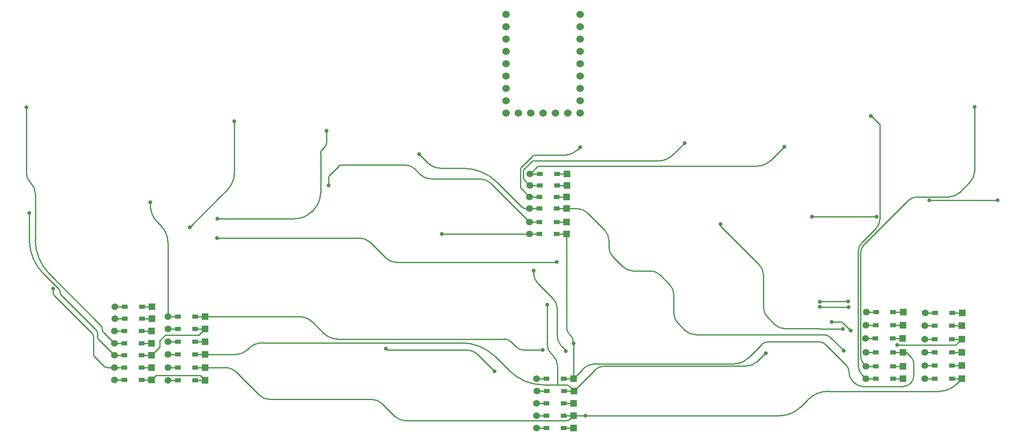
<source format=gbr>
G04 #@! TF.GenerationSoftware,KiCad,Pcbnew,7.0.1-0*
G04 #@! TF.CreationDate,2023-08-24T16:50:40+09:00*
G04 #@! TF.ProjectId,PCB_QAL,5043425f-5141-44c2-9e6b-696361645f70,rev?*
G04 #@! TF.SameCoordinates,Original*
G04 #@! TF.FileFunction,Copper,L1,Top*
G04 #@! TF.FilePolarity,Positive*
%FSLAX46Y46*%
G04 Gerber Fmt 4.6, Leading zero omitted, Abs format (unit mm)*
G04 Created by KiCad (PCBNEW 7.0.1-0) date 2023-08-24 16:50:40*
%MOMM*%
%LPD*%
G01*
G04 APERTURE LIST*
G04 #@! TA.AperFunction,ComponentPad*
%ADD10R,1.397000X1.397000*%
G04 #@! TD*
G04 #@! TA.AperFunction,SMDPad,CuDef*
%ADD11R,1.300000X0.950000*%
G04 #@! TD*
G04 #@! TA.AperFunction,ComponentPad*
%ADD12C,1.397000*%
G04 #@! TD*
G04 #@! TA.AperFunction,ComponentPad*
%ADD13C,1.524000*%
G04 #@! TD*
G04 #@! TA.AperFunction,ViaPad*
%ADD14C,0.800000*%
G04 #@! TD*
G04 #@! TA.AperFunction,Conductor*
%ADD15C,0.250000*%
G04 #@! TD*
G04 APERTURE END LIST*
D10*
X-73073475Y56576266D03*
D11*
X-75108475Y56576266D03*
X-78658475Y56576266D03*
D12*
X-80693475Y56576266D03*
D10*
X-140843475Y45626266D03*
D11*
X-142878475Y45626266D03*
X-146428475Y45626266D03*
D12*
X-148463475Y45626266D03*
D10*
X-140843475Y37968766D03*
D11*
X-142878475Y37968766D03*
X-146428475Y37968766D03*
D12*
X-148463475Y37968766D03*
D10*
X-142238475Y75400266D03*
D11*
X-144273475Y75400266D03*
X-147823475Y75400266D03*
D12*
X-149858475Y75400266D03*
D10*
X-227563475Y45366266D03*
D11*
X-229598475Y45366266D03*
X-233148475Y45366266D03*
D12*
X-235183475Y45366266D03*
D10*
X-227563475Y50374266D03*
D11*
X-229598475Y50374266D03*
X-233148475Y50374266D03*
D12*
X-235183475Y50374266D03*
D10*
X-140743475Y43086266D03*
D11*
X-142778475Y43086266D03*
X-146328475Y43086266D03*
D12*
X-148363475Y43086266D03*
D10*
X-60958475Y56506266D03*
D11*
X-62993475Y56506266D03*
X-66543475Y56506266D03*
D12*
X-68578475Y56506266D03*
D10*
X-60953475Y53756266D03*
D11*
X-62988475Y53756266D03*
X-66538475Y53756266D03*
D12*
X-68573475Y53756266D03*
D10*
X-216603475Y45266266D03*
D11*
X-218638475Y45266266D03*
X-222188475Y45266266D03*
D12*
X-224223475Y45266266D03*
D10*
X-142213475Y80616266D03*
D11*
X-144248475Y80616266D03*
X-147798475Y80616266D03*
D12*
X-149833475Y80616266D03*
D10*
X-73103475Y48146266D03*
D11*
X-75138475Y48146266D03*
X-78688475Y48146266D03*
D12*
X-80723475Y48146266D03*
D10*
X-216598475Y58346266D03*
D11*
X-218633475Y58346266D03*
X-222183475Y58346266D03*
D12*
X-224218475Y58346266D03*
D10*
X-60953475Y45566266D03*
D11*
X-62988475Y45566266D03*
X-66538475Y45566266D03*
D12*
X-68573475Y45566266D03*
D10*
X-73103475Y45566266D03*
D11*
X-75138475Y45566266D03*
X-78688475Y45566266D03*
D12*
X-80723475Y45566266D03*
D10*
X-227533475Y57916266D03*
D11*
X-229568475Y57916266D03*
X-233118475Y57916266D03*
D12*
X-235153475Y57916266D03*
D10*
X-140783475Y40476266D03*
D11*
X-142818475Y40476266D03*
X-146368475Y40476266D03*
D12*
X-148403475Y40476266D03*
D10*
X-216603475Y55842266D03*
D11*
X-218638475Y55842266D03*
X-222188475Y55842266D03*
D12*
X-224223475Y55842266D03*
D10*
X-216603475Y47910266D03*
D11*
X-218638475Y47910266D03*
X-222188475Y47910266D03*
D12*
X-224223475Y47910266D03*
D10*
X-142153475Y87730266D03*
D11*
X-144188475Y87730266D03*
X-147738475Y87730266D03*
D12*
X-149773475Y87730266D03*
D10*
X-73028475Y59276266D03*
D11*
X-75063475Y59276266D03*
X-78613475Y59276266D03*
D12*
X-80648475Y59276266D03*
D10*
X-227563475Y55382266D03*
D11*
X-229598475Y55382266D03*
X-233148475Y55382266D03*
D12*
X-235183475Y55382266D03*
D10*
X-60878475Y59166266D03*
D11*
X-62913475Y59166266D03*
X-66463475Y59166266D03*
D12*
X-68498475Y59166266D03*
D10*
X-227563475Y52878266D03*
D11*
X-229598475Y52878266D03*
X-233148475Y52878266D03*
D12*
X-235183475Y52878266D03*
D10*
X-60953475Y48296266D03*
D11*
X-62988475Y48296266D03*
X-66538475Y48296266D03*
D12*
X-68573475Y48296266D03*
D10*
X-142143475Y85358933D03*
D11*
X-144178475Y85358933D03*
X-147728475Y85358933D03*
D12*
X-149763475Y85358933D03*
D10*
X-142238475Y77866266D03*
D11*
X-144273475Y77866266D03*
X-147823475Y77866266D03*
D12*
X-149858475Y77866266D03*
D10*
X-140843475Y35416266D03*
D11*
X-142878475Y35416266D03*
X-146428475Y35416266D03*
D12*
X-148463475Y35416266D03*
D10*
X-227473475Y60396266D03*
D11*
X-229508475Y60396266D03*
X-233058475Y60396266D03*
D12*
X-235093475Y60396266D03*
D10*
X-227563475Y47870266D03*
D11*
X-229598475Y47870266D03*
X-233148475Y47870266D03*
D12*
X-235183475Y47870266D03*
D10*
X-73108475Y51016266D03*
D11*
X-75143475Y51016266D03*
X-78693475Y51016266D03*
D12*
X-80728475Y51016266D03*
D10*
X-60953475Y51026266D03*
D11*
X-62988475Y51026266D03*
X-66538475Y51026266D03*
D12*
X-68573475Y51026266D03*
D10*
X-216603475Y50554266D03*
D11*
X-218638475Y50554266D03*
X-222188475Y50554266D03*
D12*
X-224223475Y50554266D03*
D10*
X-73178475Y53906266D03*
D11*
X-75213475Y53906266D03*
X-78763475Y53906266D03*
D12*
X-80798475Y53906266D03*
D10*
X-142213475Y82987600D03*
D11*
X-144248475Y82987600D03*
X-147798475Y82987600D03*
D12*
X-149833475Y82987600D03*
D10*
X-216603475Y53198266D03*
D11*
X-218638475Y53198266D03*
X-222188475Y53198266D03*
D12*
X-224223475Y53198266D03*
D13*
X-154663475Y120626266D03*
X-154663475Y118086266D03*
X-154663475Y115546266D03*
X-154663475Y113006266D03*
X-154663475Y110466266D03*
X-154663475Y107926266D03*
X-154663475Y105386266D03*
X-154663475Y102846266D03*
X-154663475Y100306266D03*
X-152123475Y100306266D03*
X-149583475Y100306266D03*
X-147043475Y100306266D03*
X-144503475Y100306266D03*
X-141963475Y100306266D03*
X-139423475Y100306266D03*
X-139423475Y102846266D03*
X-139423475Y105386266D03*
X-139423475Y107926266D03*
X-139423475Y110466266D03*
X-139423475Y113006266D03*
X-139423475Y115546266D03*
X-139423475Y118086266D03*
X-139423475Y120626266D03*
D14*
X-85303475Y51326266D03*
X-214093475Y74556266D03*
X-144243475Y69666266D03*
X-140843475Y52856266D03*
X-147163475Y51496266D03*
X-101283475Y50836266D03*
X-74223475Y52496266D03*
X-146253475Y60836266D03*
X-83853475Y55486266D03*
X-87683475Y57296266D03*
X-142433475Y51296266D03*
X-138333475Y37968766D03*
X-149043475Y67856266D03*
X-253333475Y101486266D03*
X-210563475Y98576266D03*
X-219693475Y76776266D03*
X-214053475Y78516266D03*
X-191623475Y96606266D03*
X-172563475Y91806266D03*
X-139433475Y93286266D03*
X-117973475Y94096266D03*
X-97453475Y93356266D03*
X-79703475Y99726266D03*
X-191153475Y85406266D03*
X-167863475Y75426266D03*
X-85443475Y55796266D03*
X-110553475Y77386266D03*
X-91793475Y78926266D03*
X-78503475Y78966266D03*
X-67643475Y82296266D03*
X-53613475Y82366266D03*
X-157033475Y47096266D03*
X-179403475Y51746266D03*
X-84283475Y60316266D03*
X-90193475Y60376266D03*
X-84333475Y61486266D03*
X-90213475Y61456266D03*
X-227823475Y81906266D03*
X-58363475Y101546266D03*
X-252723475Y79736266D03*
X-247853475Y64106266D03*
D15*
X-137964795Y79737586D02*
X-134432154Y76204945D01*
X-133553475Y74083625D02*
X-133553475Y72758907D01*
X-122964795Y66907586D02*
X-121072154Y65014945D01*
X-132674795Y70637586D02*
X-130702154Y68664945D01*
X-182654795Y73677586D02*
X-179432154Y70454945D01*
X-227563475Y55382266D02*
X-229598475Y55382266D01*
X-186643475Y74556266D02*
X-184776116Y74556266D01*
X-142213475Y80616266D02*
X-140643475Y80616266D01*
X-120193475Y62893625D02*
X-120193475Y59108907D01*
X-142143475Y85358933D02*
X-144178475Y85358933D01*
X-214093475Y74556266D02*
X-186643475Y74556266D01*
X-227473475Y60396266D02*
X-229508475Y60396266D01*
X-227563475Y52878266D02*
X-229598475Y52878266D01*
X-87947688Y54060479D02*
X-85303475Y51416266D01*
X-177310834Y69576266D02*
X-144333475Y69576266D01*
X-115730834Y54646266D02*
X-89361902Y54646266D01*
X-128580834Y67786266D02*
X-125086116Y67786266D01*
X-73103475Y48146266D02*
X-75138475Y48146266D01*
X-85303475Y51416266D02*
X-85303475Y51326266D01*
X-227533475Y57916266D02*
X-229568475Y57916266D01*
X-142213475Y82987600D02*
X-144248475Y82987600D01*
X-144188475Y87730266D02*
X-142153475Y87730266D01*
X-119314795Y56987586D02*
X-117852154Y55524945D01*
X-144333475Y69576266D02*
X-144243475Y69666266D01*
X-75138475Y45566266D02*
X-73103475Y45566266D01*
X-142213475Y80616266D02*
X-144248475Y80616266D01*
X-140643475Y80616266D02*
X-140086116Y80616266D01*
X-182654795Y73677586D02*
G75*
G03*
X-184776116Y74556266I-2121318J-2121314D01*
G01*
X-133553474Y72758907D02*
G75*
G03*
X-132674794Y70637587I2999993J-3D01*
G01*
X-122964795Y66907586D02*
G75*
G03*
X-125086116Y67786266I-2121318J-2121314D01*
G01*
X-133553475Y74083625D02*
G75*
G03*
X-134432154Y76204945I-2999998J1D01*
G01*
X-179432154Y70454945D02*
G75*
G03*
X-177310834Y69576266I2121319J2121319D01*
G01*
X-130702154Y68664945D02*
G75*
G03*
X-128580834Y67786266I2121319J2121319D01*
G01*
X-137964795Y79737586D02*
G75*
G03*
X-140086116Y80616266I-2121318J-2121314D01*
G01*
X-87947688Y54060479D02*
G75*
G03*
X-89361902Y54646266I-1414214J-1414213D01*
G01*
X-117852154Y55524945D02*
G75*
G03*
X-115730834Y54646266I2121319J2121319D01*
G01*
X-120193475Y62893625D02*
G75*
G03*
X-121072154Y65014945I-2999998J1D01*
G01*
X-120193474Y59108907D02*
G75*
G03*
X-119314794Y56987587I2999993J-3D01*
G01*
X-73178475Y53906266D02*
X-75213475Y53906266D01*
X-216603475Y55842266D02*
X-218638475Y55842266D01*
X-142238475Y75400266D02*
X-144273475Y75400266D01*
X-73108475Y51016266D02*
X-72383475Y51016266D01*
X-142238475Y75400266D02*
X-142238475Y56149693D01*
X-73028475Y59276266D02*
X-75063475Y59276266D01*
X-73001902Y44016266D02*
X-81455048Y44016266D01*
X-82869262Y44602053D02*
X-83557689Y45290480D01*
X-225893475Y53436266D02*
X-224743475Y54586266D01*
X-140843475Y52856266D02*
X-140843475Y45626266D01*
X-84143475Y46704693D02*
X-84143475Y46957839D01*
X-216598475Y58346266D02*
X-197240329Y58346266D01*
X-107760329Y48656266D02*
X-136156621Y48656266D01*
X-84729262Y48372053D02*
X-88961423Y52604214D01*
X-90375636Y53190000D02*
X-100741313Y53190000D01*
X-71429262Y44760479D02*
X-71587689Y44602052D01*
X-227563475Y50374266D02*
X-229598475Y50374266D01*
X-140843475Y53097839D02*
X-140843475Y52856266D01*
X-70843475Y48647839D02*
X-70843475Y46174693D01*
X-189336621Y53756266D02*
X-155071902Y53756266D01*
X-227563475Y50396266D02*
X-225893475Y52066266D01*
X-142878475Y45626266D02*
X-140843475Y45626266D01*
X-75143475Y51016266D02*
X-73108475Y51016266D01*
X-225893475Y52066266D02*
X-225893475Y53436266D01*
X-102155527Y52604213D02*
X-104931901Y49827839D01*
X-104931901Y49827839D02*
X-104931902Y49827839D01*
X-224743475Y54586266D02*
X-217859475Y54586266D01*
X-218633475Y58346266D02*
X-216598475Y58346266D01*
X-72383475Y51016266D02*
X-71429261Y50062052D01*
X-142238475Y77866266D02*
X-144273475Y77866266D01*
X-141652688Y54735479D02*
X-141429261Y54512052D01*
X-227563475Y50374266D02*
X-227563475Y50396266D01*
X-138985048Y47484693D02*
X-140843475Y45626266D01*
X-194411902Y57174693D02*
X-192165048Y54927839D01*
X-153657688Y53170479D02*
X-152569261Y52082052D01*
X-217859475Y54586266D02*
X-216603475Y55842266D01*
X-151155048Y51496266D02*
X-147163475Y51496266D01*
X-73073475Y56576266D02*
X-75108475Y56576266D01*
X-194411902Y57174693D02*
G75*
G03*
X-197240329Y58346266I-2828427J-2828426D01*
G01*
X-84143476Y46957839D02*
G75*
G03*
X-84729263Y48372052I-1999999J0D01*
G01*
X-71429262Y44760479D02*
G75*
G03*
X-70843475Y46174693I-1414213J1414214D01*
G01*
X-84143474Y46704693D02*
G75*
G03*
X-83557688Y45290481I1999999J0D01*
G01*
X-107760329Y48656266D02*
G75*
G03*
X-104931902Y49827839I0J3999999D01*
G01*
X-82869262Y44602053D02*
G75*
G03*
X-81455048Y44016266I1414214J1414213D01*
G01*
X-136156621Y48656266D02*
G75*
G03*
X-138985048Y47484693I0J-3999999D01*
G01*
X-152569261Y52082052D02*
G75*
G03*
X-151155048Y51496266I1414213J1414214D01*
G01*
X-140843476Y53097839D02*
G75*
G03*
X-141429262Y54512051I-1999999J0D01*
G01*
X-100741313Y53189999D02*
G75*
G03*
X-102155526Y52604212I0J-1999999D01*
G01*
X-153657688Y53170479D02*
G75*
G03*
X-155071902Y53756266I-1414214J-1414213D01*
G01*
X-192165048Y54927839D02*
G75*
G03*
X-189336621Y53756266I2828427J2828426D01*
G01*
X-142238474Y56149693D02*
G75*
G03*
X-141652687Y54735480I1999999J0D01*
G01*
X-70843476Y48647839D02*
G75*
G03*
X-71429262Y50062051I-1999999J0D01*
G01*
X-73001902Y44016267D02*
G75*
G03*
X-71587690Y44602053I0J1999999D01*
G01*
X-88961423Y52604214D02*
G75*
G03*
X-90375636Y53190000I-1414213J-1414214D01*
G01*
X-145374795Y50697586D02*
X-144972154Y50294945D01*
X-156824543Y50047334D02*
X-154022407Y47245198D01*
X-204766621Y52976266D02*
X-163895611Y52976266D01*
X-144093475Y48173625D02*
X-144093475Y44316266D01*
X-60878475Y59166266D02*
X-62913475Y59166266D01*
X-216603475Y50554266D02*
X-210502329Y50554266D01*
X-60958475Y56506266D02*
X-62993475Y56506266D01*
X-146951339Y44316266D02*
X-144093475Y44316266D01*
X-144093475Y44316266D02*
X-142387689Y44316266D01*
X-140743475Y43086266D02*
X-142778475Y43086266D01*
X-105236116Y48196266D02*
X-134390834Y48196266D01*
X-101353475Y50836266D02*
X-103114795Y49074946D01*
X-146253475Y60836266D02*
X-146253475Y52818907D01*
X-216603475Y53198266D02*
X-218638475Y53198266D01*
X-101283475Y50836266D02*
X-101353475Y50836266D01*
X-140843475Y35416266D02*
X-142878475Y35416266D01*
X-62213475Y52496266D02*
X-60953475Y53756266D01*
X-136512155Y47317586D02*
X-140743475Y43086266D01*
X-85370582Y57003373D02*
X-83853475Y55486266D01*
X-74223475Y52496266D02*
X-62213475Y52496266D01*
X-140783475Y40476266D02*
X-142818475Y40476266D01*
X-207673902Y51725839D02*
X-207595048Y51804693D01*
X-227563475Y47870266D02*
X-229598475Y47870266D01*
X-141680582Y44023373D02*
X-140743475Y43086266D01*
X-87683475Y57296266D02*
X-86077689Y57296266D01*
X-60953475Y51026266D02*
X-62988475Y51026266D01*
X-218638475Y50554266D02*
X-216603475Y50554266D01*
X-60953475Y53756266D02*
X-62988475Y53756266D01*
X-146253475Y52818907D02*
G75*
G03*
X-145374795Y50697586I3000005J2D01*
G01*
X-210502329Y50554266D02*
G75*
G03*
X-207673902Y51725839I0J3999999D01*
G01*
X-204766621Y52976266D02*
G75*
G03*
X-207595048Y51804693I0J-3999999D01*
G01*
X-154022407Y47245198D02*
G75*
G03*
X-146951339Y44316266I7071066J7071064D01*
G01*
X-85370582Y57003373D02*
G75*
G03*
X-86077689Y57296266I-707104J-707101D01*
G01*
X-134390834Y48196266D02*
G75*
G03*
X-136512155Y47317586I2J-3000005D01*
G01*
X-141680582Y44023373D02*
G75*
G03*
X-142387689Y44316266I-707104J-707101D01*
G01*
X-156824543Y50047334D02*
G75*
G03*
X-163895611Y52976266I-7071070J-7071075D01*
G01*
X-144093475Y48173625D02*
G75*
G03*
X-144972154Y50294945I-2999998J1D01*
G01*
X-105236116Y48196267D02*
G75*
G03*
X-103114796Y49074947I3J2999993D01*
G01*
X-217626975Y46289766D02*
X-216603475Y45266266D01*
X-144163475Y59993625D02*
X-144163475Y54398907D01*
X-88396296Y43006266D02*
X-65584543Y43006266D01*
X-175419834Y36945266D02*
X-142281189Y36945266D01*
X-149043475Y67856266D02*
X-149043475Y67358907D01*
X-143284795Y52277586D02*
X-142433475Y51426266D01*
X-142433475Y51426266D02*
X-142433475Y51296266D01*
X-180164795Y40447586D02*
X-177541154Y37823945D01*
X-62049009Y44470732D02*
X-60953475Y45566266D01*
X-60953475Y48296266D02*
X-62988475Y48296266D01*
X-142878475Y37968766D02*
X-140843475Y37968766D01*
X-210248795Y47031586D02*
X-205422154Y42204945D01*
X-227563475Y45366266D02*
X-226639975Y46289766D01*
X-140843475Y37968766D02*
X-138333475Y37968766D01*
X-141574082Y37238159D02*
X-140843475Y37968766D01*
X-203300834Y41326266D02*
X-182286116Y41326266D01*
X-94161717Y39726126D02*
X-92638936Y41248907D01*
X-148164795Y65237586D02*
X-145042154Y62114945D01*
X-60953475Y45566266D02*
X-62988475Y45566266D01*
X-227563475Y45366266D02*
X-229598475Y45366266D01*
X-216603475Y47910266D02*
X-212370116Y47910266D01*
X-226639975Y46289766D02*
X-217626975Y46289766D01*
X-138333475Y37968766D02*
X-98404358Y37968766D01*
X-218638475Y45266266D02*
X-216603475Y45266266D01*
X-216603475Y47910266D02*
X-218638475Y47910266D01*
X-144163475Y59993625D02*
G75*
G03*
X-145042154Y62114945I-2999998J1D01*
G01*
X-65584543Y43006266D02*
G75*
G03*
X-62049009Y44470732I1J4999998D01*
G01*
X-205422154Y42204945D02*
G75*
G03*
X-203300834Y41326266I2121319J2121319D01*
G01*
X-144163475Y54398907D02*
G75*
G03*
X-143284795Y52277586I3000005J2D01*
G01*
X-149043474Y67358907D02*
G75*
G03*
X-148164794Y65237587I2999993J-3D01*
G01*
X-180164795Y40447586D02*
G75*
G03*
X-182286116Y41326266I-2121323J-2121325D01*
G01*
X-177541154Y37823945D02*
G75*
G03*
X-175419834Y36945266I2121319J2121319D01*
G01*
X-142281189Y36945267D02*
G75*
G03*
X-141574083Y37238160I1J999998D01*
G01*
X-98404358Y37968766D02*
G75*
G03*
X-94161717Y39726126I0J5999999D01*
G01*
X-88396296Y43006266D02*
G75*
G03*
X-92638936Y41248907I2J-6000003D01*
G01*
X-210248795Y47031586D02*
G75*
G03*
X-212370116Y47910266I-2121323J-2121325D01*
G01*
X-237753475Y55912052D02*
X-237753475Y55862480D01*
X-235183475Y52878266D02*
X-233148475Y52878266D01*
X-251503475Y83713625D02*
X-251503475Y74218402D01*
X-253333475Y101486266D02*
X-253333475Y88028907D01*
X-252454795Y85907586D02*
X-252382154Y85834945D01*
X-237460582Y55155373D02*
X-235183475Y52878266D01*
X-248574543Y67147334D02*
X-238046368Y56619159D01*
X-253333474Y88028907D02*
G75*
G03*
X-252454794Y85907587I2999993J-3D01*
G01*
X-251503474Y74218402D02*
G75*
G03*
X-248574543Y67147334I10000006J2D01*
G01*
X-237753474Y55862480D02*
G75*
G03*
X-237460581Y55155374I999998J-1D01*
G01*
X-251503475Y83713625D02*
G75*
G03*
X-252382154Y85834945I-2999998J1D01*
G01*
X-237753476Y55912052D02*
G75*
G03*
X-238046369Y56619158I-999993J3D01*
G01*
X-235183475Y55382266D02*
X-233148475Y55382266D01*
X-213323475Y83146266D02*
X-212027941Y84441800D01*
X-219693475Y76776266D02*
X-213323475Y83146266D01*
X-235093475Y60396266D02*
X-233058475Y60396266D01*
X-210563475Y87977334D02*
X-210563475Y98576266D01*
X-212027941Y84441800D02*
G75*
G03*
X-210563475Y87977334I-3535532J3535533D01*
G01*
X-194639009Y79980732D02*
X-194287941Y80331800D01*
X-192530582Y92759159D02*
X-191916368Y93373373D01*
X-191623475Y94080480D02*
X-191623475Y96606266D01*
X-235153475Y57916266D02*
X-233118475Y57916266D01*
X-214053475Y78516266D02*
X-198174543Y78516266D01*
X-192823475Y83867334D02*
X-192823475Y92052052D01*
X-192530582Y92759159D02*
G75*
G03*
X-192823475Y92052052I707101J-707104D01*
G01*
X-194287941Y80331800D02*
G75*
G03*
X-192823475Y83867334I-3535532J3535533D01*
G01*
X-191916368Y93373373D02*
G75*
G03*
X-191623475Y94080480I-707106J707106D01*
G01*
X-198174543Y78516266D02*
G75*
G03*
X-194639009Y79980732I1J4999998D01*
G01*
X-163545611Y88916266D02*
X-168016621Y88916266D01*
X-149833475Y80616266D02*
X-150689261Y80616266D01*
X-151396368Y80909159D02*
X-156474543Y85987334D01*
X-170845048Y90087839D02*
X-172563475Y91806266D01*
X-149833475Y80616266D02*
X-147798475Y80616266D01*
X-170845048Y90087839D02*
G75*
G03*
X-168016621Y88916266I2828427J2828426D01*
G01*
X-151396368Y80909159D02*
G75*
G03*
X-150689261Y80616266I707104J707101D01*
G01*
X-156474543Y85987334D02*
G75*
G03*
X-163545611Y88916266I-7071070J-7071075D01*
G01*
X-149833475Y82987600D02*
X-147798475Y82987600D01*
X-151430582Y89279159D02*
X-149386368Y91323373D01*
X-148679261Y91616266D02*
X-142760329Y91616266D01*
X-139931902Y92787839D02*
X-139433475Y93286266D01*
X-149833475Y82987600D02*
X-151430582Y84584707D01*
X-151723475Y85291814D02*
X-151723475Y88572052D01*
X-148679261Y91616265D02*
G75*
G03*
X-149386367Y91323372I-3J-999993D01*
G01*
X-142760329Y91616266D02*
G75*
G03*
X-139931902Y92787839I0J3999999D01*
G01*
X-151723474Y85291814D02*
G75*
G03*
X-151430581Y84584708I999993J-3D01*
G01*
X-151430582Y89279159D02*
G75*
G03*
X-151723475Y88572052I707101J-707104D01*
G01*
X-150840582Y88859159D02*
X-149546368Y90153373D01*
X-148839261Y90446266D02*
X-123290329Y90446266D01*
X-117983475Y94096266D02*
X-117973475Y94096266D01*
X-149763475Y85358933D02*
X-150840582Y86436040D01*
X-151133475Y87143147D02*
X-151133475Y88152052D01*
X-147728475Y85358933D02*
X-149763475Y85358933D01*
X-120461902Y91617839D02*
X-117983475Y94096266D01*
X-148839261Y90446265D02*
G75*
G03*
X-149546367Y90153372I-1J-999998D01*
G01*
X-123290329Y90446266D02*
G75*
G03*
X-120461902Y91617839I0J3999999D01*
G01*
X-151133474Y87143147D02*
G75*
G03*
X-150840581Y86436041I999993J-3D01*
G01*
X-150840582Y88859159D02*
G75*
G03*
X-151133475Y88152052I707106J-707106D01*
G01*
X-97453475Y93356266D02*
X-100281902Y90527839D01*
X-103110329Y89356266D02*
X-147733261Y89356266D01*
X-148440368Y89063373D02*
X-149773475Y87730266D01*
X-149773475Y87730266D02*
X-147738475Y87730266D01*
X-103110329Y89356266D02*
G75*
G03*
X-100281902Y90527839I0J3999999D01*
G01*
X-147733261Y89356265D02*
G75*
G03*
X-148440367Y89063372I-1J-999998D01*
G01*
X-79613475Y99726266D02*
X-79703475Y99726266D01*
X-80723475Y45566266D02*
X-78688475Y45566266D01*
X-80723475Y45566266D02*
X-81393296Y46236087D01*
X-81393295Y73746446D02*
X-78657154Y76482587D01*
X-77778475Y78603907D02*
X-77778475Y97891266D01*
X-82271975Y48357407D02*
X-82271975Y71625125D01*
X-77778475Y97891266D02*
X-79613475Y99726266D01*
X-78657154Y76482587D02*
G75*
G03*
X-77778475Y78603907I-2121319J2121319D01*
G01*
X-81393295Y73746446D02*
G75*
G03*
X-82271975Y71625125I2121325J-2121323D01*
G01*
X-82271975Y48357407D02*
G75*
G03*
X-81393296Y46236087I2999998J-1D01*
G01*
X-224223475Y55842266D02*
X-222188475Y55842266D01*
X-149858475Y77866266D02*
X-147823475Y77866266D01*
X-189166368Y89313373D02*
X-190860582Y87619159D01*
X-172262155Y87604946D02*
X-173384796Y88727587D01*
X-149858475Y77866266D02*
X-157839796Y85847587D01*
X-191153475Y86912052D02*
X-191153475Y85406266D01*
X-159961116Y86726266D02*
X-170140834Y86726266D01*
X-175506116Y89606266D02*
X-188343475Y89606266D01*
X-188343475Y89606266D02*
X-188459261Y89606266D01*
X-190860582Y87619159D02*
G75*
G03*
X-191153475Y86912052I707106J-707106D01*
G01*
X-188459261Y89606265D02*
G75*
G03*
X-189166367Y89313372I-1J-999998D01*
G01*
X-172262155Y87604946D02*
G75*
G03*
X-170140834Y86726266I2121318J2121314D01*
G01*
X-173384796Y88727587D02*
G75*
G03*
X-175506116Y89606266I-2121319J-2121319D01*
G01*
X-157839796Y85847587D02*
G75*
G03*
X-159961116Y86726266I-2121319J-2121319D01*
G01*
X-167837475Y75400266D02*
X-167863475Y75426266D01*
X-149858475Y75400266D02*
X-147823475Y75400266D01*
X-149858475Y75400266D02*
X-167837475Y75400266D01*
X-148463475Y45626266D02*
X-146428475Y45626266D01*
X-80728475Y51016266D02*
X-78693475Y51016266D01*
X-101753475Y60298907D02*
X-101753475Y66943625D01*
X-85443475Y55796266D02*
X-90093475Y55796266D01*
X-90303475Y55886266D02*
X-97340834Y55886266D01*
X-90213475Y55796266D02*
X-90303475Y55886266D01*
X-99462155Y56764946D02*
X-100874796Y58177587D01*
X-90093475Y55796266D02*
X-90213475Y55796266D01*
X-110553475Y76986266D02*
X-110553475Y77386266D01*
X-102632155Y69064946D02*
X-110553475Y76986266D01*
X-101753476Y66943625D02*
G75*
G03*
X-102632156Y69064945I-2999993J3D01*
G01*
X-99462155Y56764946D02*
G75*
G03*
X-97340834Y55886266I2121323J2121325D01*
G01*
X-101753475Y60298907D02*
G75*
G03*
X-100874796Y58177587I2999998J-1D01*
G01*
X-78503475Y78966266D02*
X-91753475Y78966266D01*
X-91753475Y78966266D02*
X-91793475Y78926266D01*
X-78763475Y53906266D02*
X-80798475Y53906266D01*
X-80693475Y56576266D02*
X-78658475Y56576266D01*
X-53683475Y82296266D02*
X-53613475Y82366266D01*
X-67643475Y82296266D02*
X-53683475Y82296266D01*
X-80648475Y59276266D02*
X-78613475Y59276266D01*
X-222188475Y53198266D02*
X-224223475Y53198266D01*
X-224223475Y50554266D02*
X-222188475Y50554266D01*
X-146368475Y40476266D02*
X-148403475Y40476266D01*
X-179143475Y51486266D02*
X-179403475Y51746266D01*
X-162666116Y51486266D02*
X-179143475Y51486266D01*
X-157033475Y47096266D02*
X-160544796Y50607587D01*
X-160544796Y50607587D02*
G75*
G03*
X-162666116Y51486266I-2121319J-2121319D01*
G01*
X-148363475Y43086266D02*
X-146328475Y43086266D01*
X-146428475Y35416266D02*
X-148463475Y35416266D01*
X-68573475Y51026266D02*
X-66538475Y51026266D01*
X-84283475Y60316266D02*
X-90133475Y60316266D01*
X-90133475Y60316266D02*
X-90193475Y60376266D01*
X-84333475Y61486266D02*
X-90183475Y61486266D01*
X-68573475Y53756266D02*
X-66538475Y53756266D01*
X-90183475Y61486266D02*
X-90213475Y61456266D01*
X-68578475Y56506266D02*
X-66543475Y56506266D01*
X-235183475Y45366266D02*
X-233148475Y45366266D01*
X-68573475Y48296266D02*
X-66538475Y48296266D01*
X-225682941Y77115732D02*
X-226359009Y77791800D01*
X-224218475Y58346266D02*
X-222183475Y58346266D01*
X-224218475Y58346266D02*
X-224218475Y73580198D01*
X-227823475Y81327334D02*
X-227823475Y81906266D01*
X-227823475Y81327334D02*
G75*
G03*
X-226359009Y77791800I4999998J-1D01*
G01*
X-224218475Y73580198D02*
G75*
G03*
X-225682941Y77115732I-4999998J1D01*
G01*
X-68573475Y45566266D02*
X-66538475Y45566266D01*
X-58363475Y88258907D02*
X-58363475Y101546266D01*
X-61479795Y83899946D02*
X-59242154Y86137587D01*
X-80723475Y48146266D02*
X-80943296Y48366087D01*
X-80943295Y73346446D02*
X-72147154Y82142587D01*
X-81821975Y50487407D02*
X-81821975Y71225125D01*
X-78688475Y48146266D02*
X-80723475Y48146266D01*
X-70025834Y83021266D02*
X-63601116Y83021266D01*
X-59242154Y86137587D02*
G75*
G03*
X-58363475Y88258907I-2121319J2121319D01*
G01*
X-70025834Y83021266D02*
G75*
G03*
X-72147154Y82142587I-1J-2999998D01*
G01*
X-81821975Y50487407D02*
G75*
G03*
X-80943296Y48366087I2999998J-1D01*
G01*
X-63601116Y83021266D02*
G75*
G03*
X-61479795Y83899946I-2J3000005D01*
G01*
X-80943295Y73346446D02*
G75*
G03*
X-81821975Y71225125I2121325J-2121323D01*
G01*
X-238713475Y54982052D02*
X-238713475Y54300480D01*
X-252723475Y79736266D02*
X-252723475Y74248402D01*
X-246277028Y62959819D02*
X-239006368Y55689159D01*
X-246423475Y63599159D02*
X-246423475Y63313373D01*
X-249794543Y67177334D02*
X-246569921Y63952712D01*
X-235183475Y50374266D02*
X-233148475Y50374266D01*
X-236206975Y51397766D02*
X-235183475Y50374266D01*
X-236224975Y51397766D02*
X-236206975Y51397766D01*
X-238420582Y53593373D02*
X-236224975Y51397766D01*
X-246423476Y63599159D02*
G75*
G03*
X-246569921Y63952712I-500001J0D01*
G01*
X-238713476Y54982052D02*
G75*
G03*
X-239006369Y55689158I-999998J1D01*
G01*
X-238713474Y54300480D02*
G75*
G03*
X-238420581Y53593374I999993J-3D01*
G01*
X-252723475Y74248402D02*
G75*
G03*
X-249794543Y67177334I9999996J-2D01*
G01*
X-246423475Y63313373D02*
G75*
G03*
X-246277028Y62959819I499997J-1D01*
G01*
X-224223475Y45266266D02*
X-222188475Y45266266D01*
X-68498475Y59166266D02*
X-66463475Y59166266D01*
X-235183475Y47870266D02*
X-236643261Y47870266D01*
X-237350368Y48163159D02*
X-239240582Y50053373D01*
X-239533475Y50760480D02*
X-239533475Y54262052D01*
X-235183475Y47870266D02*
X-233148475Y47870266D01*
X-239826368Y54969159D02*
X-247560582Y62703373D01*
X-247853475Y63410480D02*
X-247853475Y64106266D01*
X-239533474Y50760480D02*
G75*
G03*
X-239240581Y50053374I999998J-1D01*
G01*
X-237350368Y48163159D02*
G75*
G03*
X-236643261Y47870266I707106J707106D01*
G01*
X-247853474Y63410480D02*
G75*
G03*
X-247560581Y62703374I999993J-3D01*
G01*
X-239533476Y54262052D02*
G75*
G03*
X-239826369Y54969158I-999998J1D01*
G01*
X-224223475Y47910266D02*
X-222188475Y47910266D01*
X-148463475Y37968766D02*
X-146428475Y37968766D01*
M02*

</source>
